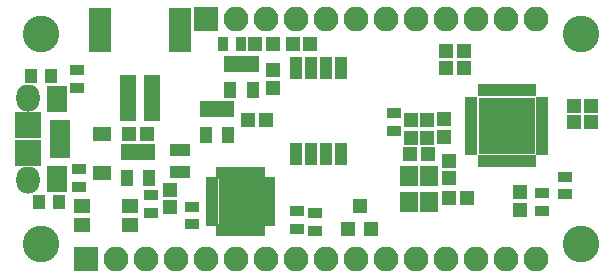
<source format=gbr>
G04 #@! TF.GenerationSoftware,KiCad,Pcbnew,(2017-05-26 revision 1fda668)-master*
G04 #@! TF.CreationDate,2017-06-12T11:29:52-07:00*
G04 #@! TF.ProjectId,feather_five,666561746865725F666976652E6B6963,rev?*
G04 #@! TF.FileFunction,Soldermask,Top*
G04 #@! TF.FilePolarity,Negative*
%FSLAX46Y46*%
G04 Gerber Fmt 4.6, Leading zero omitted, Abs format (unit mm)*
G04 Created by KiCad (PCBNEW (2017-05-26 revision 1fda668)-master) date Monday, June 12, 2017 'AMt' 11:29:52 AM*
%MOMM*%
%LPD*%
G01*
G04 APERTURE LIST*
%ADD10C,0.100000*%
%ADD11R,1.050000X0.600000*%
%ADD12R,0.600000X1.050000*%
%ADD13R,2.600000X2.600000*%
%ADD14O,2.100000X2.100000*%
%ADD15R,2.100000X2.100000*%
%ADD16R,1.300000X0.900000*%
%ADD17R,1.400000X1.300000*%
%ADD18R,1.200000X1.300000*%
%ADD19R,1.700000X1.100000*%
%ADD20R,1.000000X1.900000*%
%ADD21R,1.200000X1.150000*%
%ADD22R,1.150000X1.200000*%
%ADD23R,1.600000X1.800000*%
%ADD24R,0.900000X1.300000*%
%ADD25R,1.050000X1.460000*%
%ADD26R,1.000000X1.200000*%
%ADD27C,3.100000*%
%ADD28R,1.800000X2.200000*%
%ADD29R,1.750000X0.800000*%
%ADD30R,2.300000X2.300000*%
%ADD31O,2.000000X2.300000*%
%ADD32R,1.900000X3.800000*%
%ADD33R,1.400000X3.900000*%
%ADD34R,1.600000X1.300000*%
%ADD35R,2.125000X2.125000*%
%ADD36R,1.100000X0.650000*%
%ADD37R,0.650000X1.100000*%
G04 APERTURE END LIST*
D10*
D11*
X130407600Y-69076000D03*
X130407600Y-69476000D03*
X130407600Y-69876000D03*
X130407600Y-70276000D03*
X130407600Y-70676000D03*
X130407600Y-71076000D03*
X130407600Y-71476000D03*
X130407600Y-71876000D03*
X130407600Y-72276000D03*
X130407600Y-72676000D03*
X130407600Y-73076000D03*
X130407600Y-73476000D03*
D12*
X131207600Y-74276000D03*
X131607600Y-74276000D03*
X132007600Y-74276000D03*
X132407600Y-74276000D03*
X132807600Y-74276000D03*
X133207600Y-74276000D03*
X133607600Y-74276000D03*
X134007600Y-74276000D03*
X134407600Y-74276000D03*
X134807600Y-74276000D03*
X135207600Y-74276000D03*
X135607600Y-74276000D03*
D11*
X136407600Y-73476000D03*
X136407600Y-73076000D03*
X136407600Y-72676000D03*
X136407600Y-72276000D03*
X136407600Y-71876000D03*
X136407600Y-71476000D03*
X136407600Y-71076000D03*
X136407600Y-70676000D03*
X136407600Y-70276000D03*
X136407600Y-69876000D03*
X136407600Y-69476000D03*
X136407600Y-69076000D03*
D12*
X135607600Y-68276000D03*
X135207600Y-68276000D03*
X134807600Y-68276000D03*
X134407600Y-68276000D03*
X134007600Y-68276000D03*
X133607600Y-68276000D03*
X133207600Y-68276000D03*
X132807600Y-68276000D03*
X132407600Y-68276000D03*
X132007600Y-68276000D03*
X131607600Y-68276000D03*
X131207600Y-68276000D03*
D13*
X132307600Y-70176000D03*
X132307600Y-72376000D03*
X134507600Y-70176000D03*
X134507600Y-72376000D03*
D14*
X135890000Y-62230000D03*
X133350000Y-62230000D03*
X130810000Y-62230000D03*
X128270000Y-62230000D03*
X125730000Y-62230000D03*
X123190000Y-62230000D03*
X120650000Y-62230000D03*
X118110000Y-62230000D03*
X115570000Y-62230000D03*
X113030000Y-62230000D03*
X110490000Y-62230000D03*
D15*
X107950000Y-62230000D03*
D14*
X135890000Y-82550000D03*
X133350000Y-82550000D03*
X130810000Y-82550000D03*
X128270000Y-82550000D03*
X125730000Y-82550000D03*
X123190000Y-82550000D03*
X120650000Y-82550000D03*
X118110000Y-82550000D03*
X115570000Y-82550000D03*
X113030000Y-82550000D03*
X110490000Y-82550000D03*
X107950000Y-82550000D03*
X105410000Y-82550000D03*
X102870000Y-82550000D03*
X100330000Y-82550000D03*
D15*
X97790000Y-82550000D03*
D16*
X103301800Y-78626400D03*
X103301800Y-77126400D03*
D17*
X101541800Y-79641600D03*
X101541800Y-78041600D03*
X97441800Y-79641600D03*
X97441800Y-78041600D03*
D18*
X120954800Y-78044800D03*
X121904800Y-80044800D03*
X120004800Y-80044800D03*
D19*
X105714800Y-73294200D03*
X105714800Y-75194200D03*
D16*
X106781600Y-79617000D03*
X106781600Y-78117000D03*
X115671600Y-80023400D03*
X115671600Y-78523400D03*
X117170200Y-78650400D03*
X117170200Y-80150400D03*
D20*
X115544600Y-66352400D03*
X115544600Y-73652400D03*
X116814600Y-66352400D03*
X116814600Y-73652400D03*
X118084600Y-66352400D03*
X118084600Y-73652400D03*
X119354600Y-66352400D03*
X119354600Y-73652400D03*
D21*
X125234000Y-73660000D03*
X126734000Y-73660000D03*
D22*
X128524000Y-74230800D03*
X128524000Y-75730800D03*
X128117600Y-72213600D03*
X128117600Y-70713600D03*
X126695200Y-72276400D03*
X126695200Y-70776400D03*
D21*
X130036000Y-77419200D03*
X128536000Y-77419200D03*
D22*
X125272800Y-72276400D03*
X125272800Y-70776400D03*
D21*
X128282000Y-66344800D03*
X129782000Y-66344800D03*
X128282000Y-64973200D03*
X129782000Y-64973200D03*
D22*
X134493000Y-76872400D03*
X134493000Y-78372400D03*
D21*
X140577000Y-69596000D03*
X139077000Y-69596000D03*
X139077000Y-70993000D03*
X140577000Y-70993000D03*
X115277200Y-64312800D03*
X116777200Y-64312800D03*
D22*
X113639600Y-66560000D03*
X113639600Y-68060000D03*
D21*
X112992600Y-70789800D03*
X111492600Y-70789800D03*
D22*
X104876600Y-78169200D03*
X104876600Y-76669200D03*
D21*
X112127600Y-64312800D03*
X113627600Y-64312800D03*
X102959600Y-71932800D03*
X101459600Y-71932800D03*
D23*
X126834000Y-75506400D03*
X126834000Y-77706400D03*
X125134000Y-77706400D03*
X125134000Y-75506400D03*
D16*
X123850400Y-70192200D03*
X123850400Y-71692200D03*
X136398000Y-76974000D03*
X136398000Y-78474000D03*
X138303000Y-75577000D03*
X138303000Y-77077000D03*
D24*
X110884400Y-64312800D03*
X109384400Y-64312800D03*
D16*
X97180400Y-74942000D03*
X97180400Y-76442000D03*
X97028000Y-66560000D03*
X97028000Y-68060000D03*
D25*
X111897200Y-68206800D03*
X109997200Y-68206800D03*
X109997200Y-66006800D03*
X110947200Y-66006800D03*
X111897200Y-66006800D03*
X109814400Y-69816800D03*
X108864400Y-69816800D03*
X107914400Y-69816800D03*
X107914400Y-72016800D03*
X109814400Y-72016800D03*
X103159600Y-75725200D03*
X101259600Y-75725200D03*
X101259600Y-73525200D03*
X102209600Y-73525200D03*
X103159600Y-73525200D03*
D26*
X93130000Y-67056000D03*
X94830000Y-67056000D03*
X93790400Y-77724000D03*
X95490400Y-77724000D03*
D27*
X139700000Y-81280000D03*
X139700000Y-63500000D03*
X93980000Y-81280000D03*
X93980000Y-63500000D03*
D28*
X95342500Y-68990000D03*
X95342500Y-75790000D03*
D29*
X95567500Y-71090000D03*
X95567500Y-71740000D03*
X95567500Y-72390000D03*
X95567500Y-73040000D03*
X95567500Y-73690000D03*
D30*
X92892500Y-71190000D03*
X92892500Y-73590000D03*
D31*
X92892500Y-68940000D03*
X92892500Y-75840000D03*
D32*
X99012000Y-63165000D03*
X105712000Y-63165000D03*
D33*
X101362000Y-68915000D03*
X103362000Y-68915000D03*
D34*
X99161600Y-72010000D03*
X99161600Y-75310000D03*
D35*
X110021500Y-78533100D03*
X111746500Y-78533100D03*
X110021500Y-76808100D03*
X111746500Y-76808100D03*
D36*
X108484000Y-79420600D03*
X108484000Y-78920600D03*
X108484000Y-78420600D03*
X108484000Y-77920600D03*
X108484000Y-77420600D03*
X108484000Y-76920600D03*
X108484000Y-76420600D03*
X108484000Y-75920600D03*
D37*
X109134000Y-75270600D03*
X109634000Y-75270600D03*
X110134000Y-75270600D03*
X110634000Y-75270600D03*
X111134000Y-75270600D03*
X111634000Y-75270600D03*
X112134000Y-75270600D03*
X112634000Y-75270600D03*
D36*
X113284000Y-75920600D03*
X113284000Y-76420600D03*
X113284000Y-76920600D03*
X113284000Y-77420600D03*
X113284000Y-77920600D03*
X113284000Y-78420600D03*
X113284000Y-78920600D03*
X113284000Y-79420600D03*
D37*
X112634000Y-80070600D03*
X112134000Y-80070600D03*
X111634000Y-80070600D03*
X111134000Y-80070600D03*
X110634000Y-80070600D03*
X110134000Y-80070600D03*
X109634000Y-80070600D03*
X109134000Y-80070600D03*
M02*

</source>
